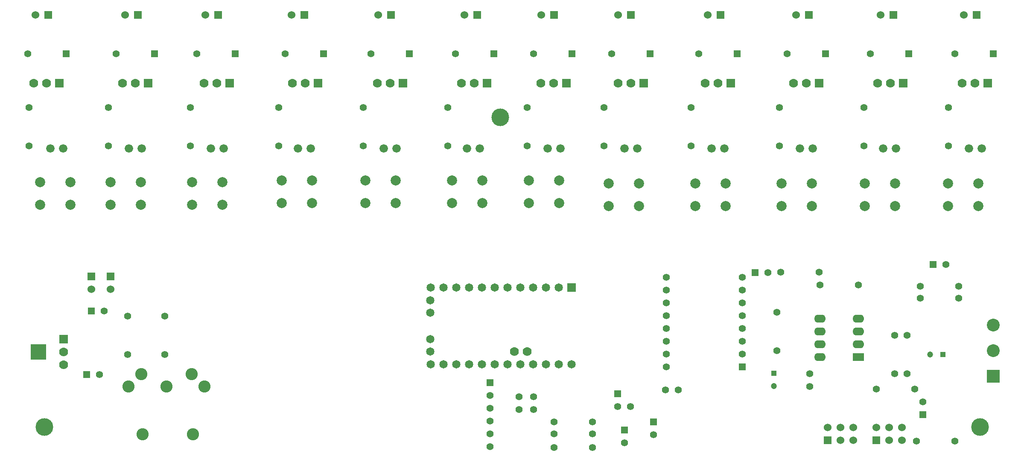
<source format=gbs>
G04 (created by PCBNEW (2013-07-07 BZR 4022)-stable) date 09/07/2014 11:29:38*
%MOIN*%
G04 Gerber Fmt 3.4, Leading zero omitted, Abs format*
%FSLAX34Y34*%
G01*
G70*
G90*
G04 APERTURE LIST*
%ADD10C,0.00590551*%
%ADD11R,0.06X0.06*%
%ADD12C,0.06*%
%ADD13R,0.065X0.065*%
%ADD14C,0.065*%
%ADD15C,0.07*%
%ADD16R,0.07X0.07*%
%ADD17R,0.12X0.12*%
%ADD18C,0.055*%
%ADD19C,0.066*%
%ADD20R,0.055X0.055*%
%ADD21R,0.1X0.1*%
%ADD22C,0.1*%
%ADD23C,0.095*%
%ADD24C,0.0787402*%
%ADD25R,0.09X0.062*%
%ADD26O,0.09X0.062*%
%ADD27C,0.137795*%
%ADD28R,0.0393701X0.0393701*%
%ADD29C,0.0472441*%
G04 APERTURE END LIST*
G54D10*
G54D11*
X79100Y-58000D03*
G54D12*
X79100Y-57000D03*
X80100Y-58000D03*
X80100Y-57000D03*
X81100Y-58000D03*
X81100Y-57000D03*
G54D13*
X59100Y-46050D03*
G54D14*
X58100Y-46050D03*
X57100Y-46050D03*
X56100Y-46050D03*
X55100Y-46050D03*
X54100Y-46050D03*
X53100Y-46050D03*
X52100Y-46050D03*
X51100Y-46050D03*
X50100Y-46050D03*
X49100Y-46050D03*
X48100Y-46050D03*
X48072Y-47042D03*
X48072Y-48026D03*
X48072Y-50073D03*
X48072Y-51057D03*
X48100Y-52050D03*
X49100Y-52050D03*
X50100Y-52050D03*
X51100Y-52050D03*
X52100Y-52050D03*
X53100Y-52050D03*
X54100Y-52050D03*
X55100Y-52050D03*
X56100Y-52050D03*
X57100Y-52050D03*
X58100Y-52050D03*
X59100Y-52050D03*
G54D15*
X55631Y-51057D03*
X54647Y-51057D03*
X19450Y-52100D03*
X19450Y-51100D03*
G54D16*
X19450Y-50100D03*
G54D17*
X17481Y-51100D03*
G54D18*
X49450Y-35000D03*
X49450Y-32000D03*
X16750Y-35000D03*
X16750Y-32000D03*
X22950Y-35000D03*
X22950Y-32000D03*
X29350Y-35000D03*
X29350Y-32000D03*
X36250Y-35000D03*
X36250Y-32000D03*
X42850Y-35000D03*
X42850Y-32000D03*
X88550Y-35000D03*
X88550Y-32000D03*
X81950Y-35000D03*
X81950Y-32000D03*
X55650Y-35000D03*
X55650Y-32000D03*
X61650Y-35000D03*
X61650Y-32000D03*
X68450Y-35000D03*
X68450Y-32000D03*
X75350Y-35000D03*
X75350Y-32000D03*
G54D19*
X30950Y-35200D03*
X31950Y-35200D03*
X76950Y-35200D03*
X77950Y-35200D03*
X37750Y-35200D03*
X38750Y-35200D03*
X24550Y-35200D03*
X25550Y-35200D03*
X90150Y-35200D03*
X91150Y-35200D03*
X70050Y-35200D03*
X71050Y-35200D03*
X18400Y-35200D03*
X19400Y-35200D03*
X44450Y-35200D03*
X45450Y-35200D03*
X83450Y-35200D03*
X84450Y-35200D03*
X50950Y-35200D03*
X51950Y-35200D03*
X63250Y-35200D03*
X64250Y-35200D03*
X57250Y-35200D03*
X58250Y-35200D03*
G54D20*
X46450Y-27800D03*
G54D18*
X43450Y-27800D03*
G54D20*
X85450Y-27800D03*
G54D18*
X82450Y-27800D03*
G54D20*
X65250Y-27800D03*
G54D18*
X62250Y-27800D03*
G54D20*
X19650Y-27800D03*
G54D18*
X16650Y-27800D03*
G54D20*
X26550Y-27800D03*
G54D18*
X23550Y-27800D03*
G54D20*
X92050Y-27800D03*
G54D18*
X89050Y-27800D03*
G54D20*
X78950Y-27800D03*
G54D18*
X75950Y-27800D03*
G54D20*
X59150Y-27800D03*
G54D18*
X56150Y-27800D03*
G54D20*
X32850Y-27800D03*
G54D18*
X29850Y-27800D03*
G54D20*
X72050Y-27800D03*
G54D18*
X69050Y-27800D03*
G54D20*
X39750Y-27800D03*
G54D18*
X36750Y-27800D03*
G54D20*
X53050Y-27800D03*
G54D18*
X50050Y-27800D03*
G54D15*
X37300Y-30100D03*
X38300Y-30100D03*
G54D16*
X39300Y-30100D03*
G54D15*
X89600Y-30100D03*
X90600Y-30100D03*
G54D16*
X91600Y-30100D03*
G54D15*
X17100Y-30100D03*
X18100Y-30100D03*
G54D16*
X19100Y-30100D03*
G54D15*
X24050Y-30100D03*
X25050Y-30100D03*
G54D16*
X26050Y-30100D03*
G54D15*
X30400Y-30100D03*
X31400Y-30100D03*
G54D16*
X32400Y-30100D03*
G54D15*
X43950Y-30100D03*
X44950Y-30100D03*
G54D16*
X45950Y-30100D03*
G54D15*
X50500Y-30100D03*
X51500Y-30100D03*
G54D16*
X52500Y-30100D03*
G54D15*
X56700Y-30100D03*
X57700Y-30100D03*
G54D16*
X58700Y-30100D03*
G54D15*
X62750Y-30100D03*
X63750Y-30100D03*
G54D16*
X64750Y-30100D03*
G54D15*
X69550Y-30100D03*
X70550Y-30100D03*
G54D16*
X71550Y-30100D03*
G54D15*
X76450Y-30100D03*
X77450Y-30100D03*
G54D16*
X78450Y-30100D03*
G54D15*
X83000Y-30100D03*
X84000Y-30100D03*
G54D16*
X85000Y-30100D03*
G54D21*
X92050Y-53000D03*
G54D22*
X92050Y-51000D03*
X92050Y-49000D03*
G54D23*
X24515Y-53787D03*
X27468Y-53787D03*
X30421Y-53787D03*
X25500Y-52803D03*
X29437Y-52803D03*
X25598Y-57527D03*
X29535Y-57527D03*
G54D18*
X27350Y-48300D03*
X27350Y-51300D03*
X24450Y-48300D03*
X24450Y-51300D03*
X60750Y-56550D03*
X57750Y-56550D03*
X57750Y-57500D03*
X60750Y-57500D03*
X57750Y-58550D03*
X60750Y-58550D03*
G54D20*
X52750Y-53500D03*
G54D18*
X52750Y-54500D03*
X52750Y-55500D03*
X52750Y-56500D03*
X52750Y-57500D03*
X52750Y-58500D03*
G54D20*
X72452Y-52250D03*
G54D18*
X72452Y-51250D03*
X72452Y-50250D03*
X72452Y-49250D03*
X72452Y-48250D03*
X72452Y-47250D03*
X72452Y-46250D03*
X72452Y-45250D03*
X66500Y-45250D03*
X66500Y-46250D03*
X66500Y-47250D03*
X66500Y-48250D03*
X66500Y-49250D03*
X66500Y-50250D03*
X66500Y-51250D03*
X66500Y-52250D03*
G54D20*
X21250Y-52850D03*
G54D18*
X22250Y-52850D03*
G54D20*
X21600Y-47900D03*
G54D18*
X22600Y-47900D03*
G54D11*
X23100Y-45200D03*
G54D12*
X23100Y-46200D03*
G54D11*
X21600Y-45200D03*
G54D12*
X21600Y-46200D03*
G54D24*
X88515Y-37926D03*
X90877Y-37926D03*
X88515Y-39698D03*
X90877Y-39698D03*
X43015Y-37676D03*
X45377Y-37676D03*
X43015Y-39448D03*
X45377Y-39448D03*
X82015Y-37926D03*
X84377Y-37926D03*
X82015Y-39698D03*
X84377Y-39698D03*
X49765Y-37676D03*
X52127Y-37676D03*
X49765Y-39448D03*
X52127Y-39448D03*
X36465Y-37676D03*
X38827Y-37676D03*
X36465Y-39448D03*
X38827Y-39448D03*
X75515Y-37926D03*
X77877Y-37926D03*
X75515Y-39698D03*
X77877Y-39698D03*
X55765Y-37676D03*
X58127Y-37676D03*
X55765Y-39448D03*
X58127Y-39448D03*
X29465Y-37826D03*
X31827Y-37826D03*
X29465Y-39598D03*
X31827Y-39598D03*
X23115Y-37826D03*
X25477Y-37826D03*
X23115Y-39598D03*
X25477Y-39598D03*
X68765Y-37926D03*
X71127Y-37926D03*
X68765Y-39698D03*
X71127Y-39698D03*
X62015Y-37926D03*
X64377Y-37926D03*
X62015Y-39698D03*
X64377Y-39698D03*
X17615Y-37826D03*
X19977Y-37826D03*
X17615Y-39598D03*
X19977Y-39598D03*
G54D18*
X85300Y-52800D03*
X85300Y-49800D03*
X84350Y-49800D03*
X84350Y-52800D03*
X75450Y-44850D03*
X78450Y-44850D03*
X75150Y-48000D03*
X75150Y-51000D03*
X81500Y-45850D03*
X78500Y-45850D03*
X89350Y-45950D03*
X86350Y-45950D03*
X86350Y-46900D03*
X89350Y-46900D03*
G54D25*
X81500Y-51500D03*
G54D26*
X81500Y-50500D03*
X81500Y-49500D03*
X81500Y-48500D03*
X78500Y-48500D03*
X78500Y-49500D03*
X78500Y-50500D03*
X78500Y-51500D03*
G54D18*
X77700Y-52800D03*
X77700Y-53800D03*
X55000Y-54600D03*
X55000Y-55600D03*
X56150Y-54600D03*
X56150Y-55600D03*
X66450Y-54050D03*
X67450Y-54050D03*
G54D20*
X87350Y-44250D03*
G54D18*
X88350Y-44250D03*
G54D20*
X62700Y-54350D03*
G54D18*
X62700Y-55350D03*
X63700Y-55350D03*
X85900Y-54000D03*
X82900Y-54000D03*
X89050Y-58050D03*
X86050Y-58050D03*
G54D11*
X82900Y-58000D03*
G54D12*
X82900Y-57000D03*
X83900Y-58000D03*
X83900Y-57000D03*
X84900Y-58000D03*
X84900Y-57000D03*
G54D20*
X63250Y-57200D03*
G54D18*
X63250Y-58200D03*
G54D20*
X65500Y-56550D03*
G54D18*
X65500Y-57550D03*
G54D20*
X73450Y-44900D03*
G54D18*
X74450Y-44900D03*
G54D20*
X86550Y-56000D03*
G54D18*
X86550Y-55000D03*
G54D11*
X31500Y-24750D03*
G54D12*
X30500Y-24750D03*
G54D11*
X57750Y-24750D03*
G54D12*
X56750Y-24750D03*
G54D11*
X70750Y-24750D03*
G54D12*
X69750Y-24750D03*
G54D11*
X25250Y-24750D03*
G54D12*
X24250Y-24750D03*
G54D11*
X51750Y-24750D03*
G54D12*
X50750Y-24750D03*
G54D11*
X84250Y-24750D03*
G54D12*
X83250Y-24750D03*
G54D11*
X77650Y-24750D03*
G54D12*
X76650Y-24750D03*
G54D11*
X90750Y-24750D03*
G54D12*
X89750Y-24750D03*
G54D11*
X18250Y-24750D03*
G54D12*
X17250Y-24750D03*
G54D11*
X38250Y-24750D03*
G54D12*
X37250Y-24750D03*
G54D11*
X63750Y-24750D03*
G54D12*
X62750Y-24750D03*
G54D11*
X45000Y-24750D03*
G54D12*
X44000Y-24750D03*
G54D27*
X53550Y-32750D03*
X17950Y-56950D03*
X91000Y-56950D03*
G54D28*
X88092Y-51300D03*
G54D29*
X87107Y-51300D03*
G54D28*
X74900Y-52757D03*
G54D29*
X74900Y-53742D03*
M02*

</source>
